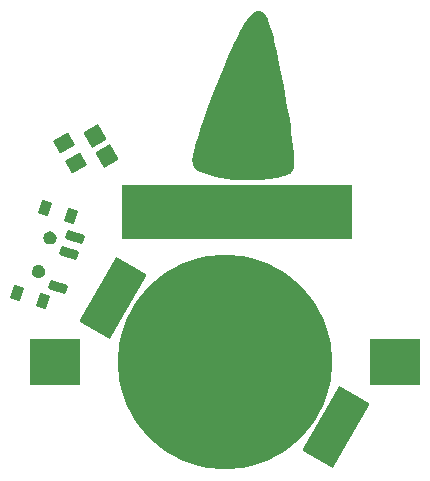
<source format=gbs>
G04 Layer: BottomSolderMaskLayer*
G04 EasyEDA v6.5.22, 2023-01-18 18:11:45*
G04 3f45770606e946e99412526f685ae31c,41bbaa2022c14ae6819927e2b53804d3,10*
G04 Gerber Generator version 0.2*
G04 Scale: 100 percent, Rotated: No, Reflected: No *
G04 Dimensions in millimeters *
G04 leading zeros omitted , absolute positions ,4 integer and 5 decimal *
%FSLAX45Y45*%
%MOMM*%

%AMMACRO1*21,1,$1,$2,0,0,$3*%
%AMMACRO2*1,1,$1,$2,$3*1,1,$1,$4,$5*1,1,$1,0-$2,0-$3*1,1,$1,0-$4,0-$5*20,1,$1,$2,$3,$4,$5,0*20,1,$1,$4,$5,0-$2,0-$3,0*20,1,$1,0-$2,0-$3,0-$4,0-$5,0*20,1,$1,0-$4,0-$5,$2,$3,0*4,1,4,$2,$3,$4,$5,0-$2,0-$3,0-$4,0-$5,$2,$3,0*%
%AMMACRO3*4,1,32,-0.304,-3.4397,-0.3345,-3.4372,-0.365,-3.427,-0.3655,-3.4267,-2.7836,-2.0297,-2.7846,-2.03,-2.81,-2.0097,-2.8278,-1.9818,-2.8354,-1.9513,-2.8329,-1.9208,-2.8227,-1.8903,-2.8217,-1.89,0.2263,3.3881,0.2253,3.3889,0.2456,3.4143,0.2735,3.4321,0.304,3.4397,0.3345,3.4372,0.365,3.427,0.366,3.4262,2.7841,2.0292,2.7846,2.03,2.81,2.0097,2.8278,1.9818,2.8354,1.9513,2.8329,1.9208,2.8227,1.8903,2.8222,1.8895,-0.2258,-3.3886,-0.2253,-3.3889,-0.2456,-3.4143,-0.2735,-3.4321,-0.304,-3.4397,0*%
%AMMACRO4*4,1,32,-0.304,-3.4397,-0.3345,-3.4372,-0.365,-3.427,-0.366,-3.4267,-2.7841,-2.0297,-2.7846,-2.03,-2.81,-2.0097,-2.8278,-1.9818,-2.8354,-1.9513,-2.8329,-1.9208,-2.8227,-1.8903,-2.8222,-1.89,0.2258,3.3881,0.2253,3.3889,0.2456,3.4143,0.2735,3.4321,0.304,3.4397,0.3345,3.4372,0.365,3.427,0.3655,3.4262,2.7836,2.0292,2.7846,2.03,2.81,2.0097,2.8278,1.9818,2.8354,1.9513,2.8329,1.9208,2.8227,1.8903,2.8217,1.8895,-0.2263,-3.3886,-0.2253,-3.3889,-0.2456,-3.4143,-0.2735,-3.4321,-0.304,-3.4397,0*%
%ADD10MACRO1,19.4996X4.5009X0.0000*%
%ADD11MACRO2,0.1016X2.1X1.9X-2.1X1.9*%
%ADD12MACRO2,0.1016X0.2321X0.9481X-0.9371X0.273*%
%ADD13MACRO2,0.1016X0.9371X-0.273X-0.2321X-0.9481*%
%ADD14MACRO2,0.1016X0.4X0.35X-0.4X0.35*%
%ADD15MACRO2,0.1016X0.3131X0.8346X-0.8794X0.1462*%
%ADD16MACRO2,0.1016X0.8794X-0.1462X-0.3131X-0.8346*%
%ADD17MACRO2,0.2032X-0.573X0.5016X-0.7584X-0.069*%
%ADD18MACRO2,0.2032X-0.573X0.5016X-0.7585X-0.069*%
%ADD19MACRO2,0.2032X-0.1783X0.5837X-0.4874X-0.3674*%
%ADD20MACRO2,0.2032X-0.1784X0.5837X-0.4874X-0.3674*%
%ADD21MACRO3*%
%ADD22C,18.2032*%
%ADD23MACRO4*%

%LPD*%
G36*
X-4714951Y2271979D02*
G01*
X-4720793Y2271522D01*
X-4726381Y2270709D01*
X-4731867Y2269540D01*
X-4737150Y2268016D01*
X-4742281Y2266188D01*
X-4747260Y2264003D01*
X-4752086Y2261565D01*
X-4756759Y2258822D01*
X-4761331Y2255824D01*
X-4770018Y2249119D01*
X-4778248Y2241600D01*
X-4786020Y2233320D01*
X-4793437Y2224532D01*
X-4800447Y2215286D01*
X-4807204Y2205786D01*
X-4813655Y2196134D01*
X-4837633Y2158644D01*
X-4852924Y2130755D01*
X-4867808Y2102662D01*
X-4879441Y2080056D01*
X-4904841Y2028850D01*
X-4918506Y2000148D01*
X-4937150Y1959813D01*
X-4952796Y1925015D01*
X-4978044Y1866696D01*
X-5000193Y1813915D01*
X-5031282Y1737309D01*
X-5103672Y1554022D01*
X-5155844Y1413814D01*
X-5175148Y1361135D01*
X-5185613Y1331772D01*
X-5197906Y1296416D01*
X-5209844Y1261008D01*
X-5221325Y1225397D01*
X-5235752Y1177747D01*
X-5247487Y1135735D01*
X-5253736Y1111605D01*
X-5259628Y1087424D01*
X-5266486Y1056995D01*
X-5269636Y1045514D01*
X-5271871Y1033780D01*
X-5273192Y1021943D01*
X-5273548Y1010056D01*
X-5273395Y1004163D01*
X-5272989Y998321D01*
X-5271465Y986739D01*
X-5270296Y981100D01*
X-5267248Y970026D01*
X-5263184Y959459D01*
X-5260746Y954379D01*
X-5258054Y949452D01*
X-5255056Y944676D01*
X-5251856Y940104D01*
X-5248351Y935736D01*
X-5244592Y931570D01*
X-5240528Y927608D01*
X-5236210Y923899D01*
X-5231587Y920445D01*
X-5226710Y917244D01*
X-5221528Y914349D01*
X-5216042Y911707D01*
X-5210302Y909370D01*
X-5204256Y907389D01*
X-5197906Y905713D01*
X-5174742Y896823D01*
X-5151374Y888695D01*
X-5127752Y881227D01*
X-5103977Y874471D01*
X-5074005Y866952D01*
X-5061966Y864209D01*
X-5037785Y859231D01*
X-5013452Y854811D01*
X-4988966Y851001D01*
X-4970576Y848512D01*
X-4939792Y845007D01*
X-4915103Y842822D01*
X-4884166Y840740D01*
X-4859375Y839622D01*
X-4834534Y838962D01*
X-4809744Y838708D01*
X-4791151Y838809D01*
X-4766360Y839266D01*
X-4729276Y840689D01*
X-4686198Y843229D01*
X-4631436Y849376D01*
X-4607052Y852525D01*
X-4576622Y857097D01*
X-4558487Y860348D01*
X-4534509Y865327D01*
X-4522571Y868171D01*
X-4510735Y871270D01*
X-4499000Y874623D01*
X-4487316Y878281D01*
X-4469993Y884377D01*
X-4458614Y888847D01*
X-4447336Y893673D01*
X-4442663Y897483D01*
X-4438446Y901496D01*
X-4434535Y905713D01*
X-4431030Y910132D01*
X-4427829Y914653D01*
X-4424934Y919378D01*
X-4422394Y924204D01*
X-4420108Y929182D01*
X-4418076Y934313D01*
X-4416348Y939546D01*
X-4413605Y950264D01*
X-4412538Y955802D01*
X-4411065Y967079D01*
X-4410202Y978560D01*
X-4409948Y990244D01*
X-4410100Y1001979D01*
X-4411167Y1025398D01*
X-4412538Y1048308D01*
X-4413097Y1064717D01*
X-4420006Y1128217D01*
X-4427728Y1191615D01*
X-4435297Y1248613D01*
X-4442460Y1299210D01*
X-4451045Y1356055D01*
X-4462170Y1425397D01*
X-4477258Y1513586D01*
X-4488535Y1576425D01*
X-4500219Y1639265D01*
X-4520793Y1745894D01*
X-4545888Y1871116D01*
X-4559655Y1931974D01*
X-4570374Y1980895D01*
X-4580128Y2023668D01*
X-4586071Y2048002D01*
X-4590745Y2066188D01*
X-4600803Y2102307D01*
X-4606290Y2120239D01*
X-4614113Y2143912D01*
X-4622647Y2167382D01*
X-4631944Y2190546D01*
X-4636871Y2201976D01*
X-4644745Y2219045D01*
X-4650282Y2230272D01*
X-4653483Y2235657D01*
X-4656988Y2240889D01*
X-4660849Y2245918D01*
X-4665014Y2250744D01*
X-4669485Y2255164D01*
X-4674260Y2259228D01*
X-4679340Y2262835D01*
X-4684725Y2265984D01*
X-4690364Y2268474D01*
X-4696307Y2270404D01*
X-4702505Y2271572D01*
X-4709007Y2271979D01*
G37*
G36*
X-6576059Y122428D02*
G01*
X-6582867Y122123D01*
X-6589522Y120954D01*
X-6596024Y118922D01*
X-6602272Y116128D01*
X-6605219Y114503D01*
X-6610807Y110591D01*
X-6615836Y106070D01*
X-6620306Y100939D01*
X-6624116Y95300D01*
X-6627215Y89204D01*
X-6629501Y82804D01*
X-6630365Y79552D01*
X-6631431Y72796D01*
X-6631686Y66040D01*
X-6631076Y59232D01*
X-6629653Y52578D01*
X-6627418Y46177D01*
X-6624370Y40081D01*
X-6620662Y34391D01*
X-6616242Y29209D01*
X-6611213Y24638D01*
X-6605676Y20726D01*
X-6599681Y17475D01*
X-6593331Y15036D01*
X-6586778Y13309D01*
X-6580022Y12395D01*
X-6573215Y12293D01*
X-6569811Y12547D01*
X-6563156Y13766D01*
X-6559854Y14630D01*
X-6553504Y17018D01*
X-6547459Y20218D01*
X-6541871Y24079D01*
X-6536842Y28600D01*
X-6532372Y33731D01*
X-6528562Y39370D01*
X-6525463Y45466D01*
X-6523177Y51866D01*
X-6521704Y58470D01*
X-6521043Y65278D01*
X-6520992Y68681D01*
X-6521602Y75438D01*
X-6523024Y82092D01*
X-6525259Y88493D01*
X-6528307Y94589D01*
X-6532016Y100279D01*
X-6536435Y105460D01*
X-6541465Y110032D01*
X-6547002Y113995D01*
X-6552996Y117195D01*
X-6559346Y119633D01*
X-6565900Y121412D01*
X-6572656Y122326D01*
G37*
G36*
X-6481673Y406298D02*
G01*
X-6488379Y405638D01*
X-6494881Y404164D01*
X-6501231Y401929D01*
X-6507226Y398932D01*
X-6512814Y395224D01*
X-6517894Y390855D01*
X-6522415Y385927D01*
X-6526326Y380441D01*
X-6529527Y374548D01*
X-6531965Y368300D01*
X-6533642Y361848D01*
X-6534200Y358546D01*
X-6534657Y351840D01*
X-6534302Y345135D01*
X-6533134Y338531D01*
X-6531203Y332130D01*
X-6528460Y325983D01*
X-6525006Y320243D01*
X-6520891Y314960D01*
X-6516166Y310184D01*
X-6510883Y306070D01*
X-6505143Y302615D01*
X-6499047Y299872D01*
X-6492646Y297789D01*
X-6489395Y296976D01*
X-6482791Y296011D01*
X-6476085Y295859D01*
X-6469380Y296519D01*
X-6462877Y297992D01*
X-6456527Y300228D01*
X-6450533Y303225D01*
X-6444945Y306933D01*
X-6439865Y311302D01*
X-6435344Y316230D01*
X-6431432Y321716D01*
X-6428232Y327609D01*
X-6425793Y333806D01*
X-6424117Y340309D01*
X-6423558Y343611D01*
X-6423101Y350316D01*
X-6423456Y357022D01*
X-6424625Y363626D01*
X-6426555Y370027D01*
X-6429298Y376174D01*
X-6432702Y381914D01*
X-6436868Y387197D01*
X-6441592Y391972D01*
X-6446875Y396087D01*
X-6452616Y399542D01*
X-6458712Y402285D01*
X-6465062Y404368D01*
X-6471666Y405739D01*
X-6474968Y406146D01*
G37*
D10*
G01*
X-4895977Y567943D03*
D11*
G01*
X-6438493Y-699998D03*
G01*
X-3561486Y-699998D03*
D12*
G01*
X-5999985Y1043393D03*
D13*
G01*
X-6099990Y1216601D03*
D14*
G01*
X-4940587Y1220849D03*
G01*
X-4940587Y1120849D03*
G01*
X-4740587Y1220849D03*
G01*
X-4740587Y1120849D03*
D15*
G01*
X-6259984Y983391D03*
D16*
G01*
X-6359989Y1156604D03*
D17*
G01*
X-6316599Y219525D03*
G01*
X-6270247Y362179D03*
D18*
G01*
X-6409303Y-65791D03*
D19*
G01*
X-6756784Y-115867D03*
G01*
X-6538042Y-186938D03*
G01*
X-6303189Y535865D03*
D20*
G01*
X-6521931Y606936D03*
D21*
G01*
X-4054116Y-1246098D03*
D22*
G01*
X-4999990Y-699998D03*
D23*
G01*
X-5945863Y-153898D03*
M02*

</source>
